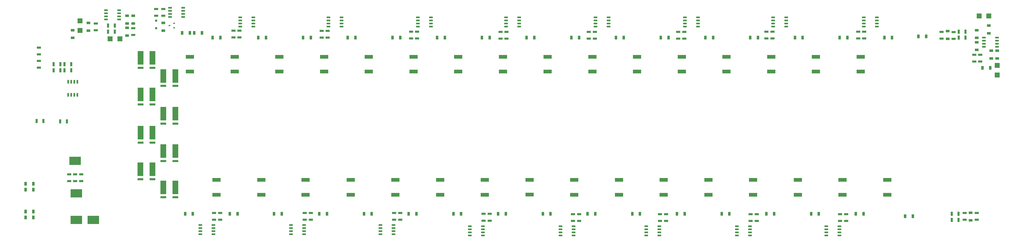
<source format=gbr>
G04*
G04 #@! TF.GenerationSoftware,Altium Limited,Altium Designer,24.1.2 (44)*
G04*
G04 Layer_Color=8421504*
%FSLAX25Y25*%
%MOIN*%
G70*
G04*
G04 #@! TF.SameCoordinates,29FF4F4E-3C6D-470F-9DA1-2895E510F6E9*
G04*
G04*
G04 #@! TF.FilePolarity,Positive*
G04*
G01*
G75*
%ADD19R,0.09606X0.22047*%
%ADD20R,0.09606X0.03504*%
G04:AMPARAMS|DCode=21|XSize=23.62mil|YSize=57.09mil|CornerRadius=2.01mil|HoleSize=0mil|Usage=FLASHONLY|Rotation=180.000|XOffset=0mil|YOffset=0mil|HoleType=Round|Shape=RoundedRectangle|*
%AMROUNDEDRECTD21*
21,1,0.02362,0.05307,0,0,180.0*
21,1,0.01961,0.05709,0,0,180.0*
1,1,0.00402,-0.00980,0.02653*
1,1,0.00402,0.00980,0.02653*
1,1,0.00402,0.00980,-0.02653*
1,1,0.00402,-0.00980,-0.02653*
%
%ADD21ROUNDEDRECTD21*%
%ADD22R,0.03937X0.05906*%
%ADD23R,0.18504X0.13504*%
%ADD24R,0.03740X0.06693*%
%ADD25R,0.07874X0.07874*%
%ADD26R,0.06693X0.03740*%
%ADD27R,0.13418X0.06121*%
G04:AMPARAMS|DCode=28|XSize=23.62mil|YSize=57.09mil|CornerRadius=2.01mil|HoleSize=0mil|Usage=FLASHONLY|Rotation=90.000|XOffset=0mil|YOffset=0mil|HoleType=Round|Shape=RoundedRectangle|*
%AMROUNDEDRECTD28*
21,1,0.02362,0.05307,0,0,90.0*
21,1,0.01961,0.05709,0,0,90.0*
1,1,0.00402,0.02653,0.00980*
1,1,0.00402,0.02653,-0.00980*
1,1,0.00402,-0.02653,-0.00980*
1,1,0.00402,-0.02653,0.00980*
%
%ADD28ROUNDEDRECTD28*%
%ADD29R,0.05906X0.03937*%
%ADD30R,0.07874X0.07874*%
%ADD31R,0.03740X0.03543*%
%ADD32R,0.02900X0.02200*%
G04:AMPARAMS|DCode=33|XSize=61.02mil|YSize=23.62mil|CornerRadius=2.01mil|HoleSize=0mil|Usage=FLASHONLY|Rotation=180.000|XOffset=0mil|YOffset=0mil|HoleType=Round|Shape=RoundedRectangle|*
%AMROUNDEDRECTD33*
21,1,0.06102,0.01961,0,0,180.0*
21,1,0.05701,0.02362,0,0,180.0*
1,1,0.00402,-0.02850,0.00980*
1,1,0.00402,0.02850,0.00980*
1,1,0.00402,0.02850,-0.00980*
1,1,0.00402,-0.02850,-0.00980*
%
%ADD33ROUNDEDRECTD33*%
D19*
X1088425Y411417D02*
D03*
X1068898D02*
D03*
X1088425Y593051D02*
D03*
X1068898D02*
D03*
X1051181Y562992D02*
D03*
X1031653D02*
D03*
X1088425Y531496D02*
D03*
X1068898D02*
D03*
X1051181Y500531D02*
D03*
X1031653D02*
D03*
X1088425Y470472D02*
D03*
X1068898D02*
D03*
X1051024Y440945D02*
D03*
X1031496D02*
D03*
X1051181Y622579D02*
D03*
X1031653D02*
D03*
D20*
X1088425Y395138D02*
D03*
X1068898D02*
D03*
X1088425Y576772D02*
D03*
X1068898D02*
D03*
X1051181Y546713D02*
D03*
X1031653D02*
D03*
X1088425Y515216D02*
D03*
X1068898D02*
D03*
X1051181Y484252D02*
D03*
X1031653D02*
D03*
X1088425Y454193D02*
D03*
X1068898D02*
D03*
X1051024Y424665D02*
D03*
X1031496D02*
D03*
X1051181Y606299D02*
D03*
X1031653D02*
D03*
D21*
X928760Y583563D02*
D03*
X923760D02*
D03*
X918760D02*
D03*
X913760D02*
D03*
X928760Y562106D02*
D03*
X923760D02*
D03*
X918760D02*
D03*
X913760D02*
D03*
D22*
X1131890Y663386D02*
D03*
X1119291D02*
D03*
X1112205D02*
D03*
X1099606D02*
D03*
X2415748Y606299D02*
D03*
X2403150D02*
D03*
X2136614Y368110D02*
D03*
X2124016D02*
D03*
X2209449D02*
D03*
X2196850D02*
D03*
X1626772D02*
D03*
X1614173D02*
D03*
X1553937D02*
D03*
X1541339D02*
D03*
X844488Y362205D02*
D03*
X857087D02*
D03*
X844488Y407480D02*
D03*
X857087D02*
D03*
X844488Y372047D02*
D03*
X857087D02*
D03*
X844488Y417323D02*
D03*
X857087D02*
D03*
X2289764Y364173D02*
D03*
X2277165D02*
D03*
X2311417Y657480D02*
D03*
X2298819D02*
D03*
X1149213Y655512D02*
D03*
X1161811D02*
D03*
X1223622D02*
D03*
X1236220D02*
D03*
X1296457Y655512D02*
D03*
X1309055D02*
D03*
X1369291Y655512D02*
D03*
X1381890D02*
D03*
X1442126D02*
D03*
X1454724D02*
D03*
X1514961D02*
D03*
X1527559D02*
D03*
X1587795D02*
D03*
X1600394D02*
D03*
X1660630D02*
D03*
X1673228D02*
D03*
X1879134D02*
D03*
X1891732D02*
D03*
X1951969D02*
D03*
X1964567D02*
D03*
X1733465D02*
D03*
X1746063D02*
D03*
X1806299D02*
D03*
X1818898D02*
D03*
X2024803D02*
D03*
X2037402D02*
D03*
X2097638D02*
D03*
X2110236D02*
D03*
X2170473D02*
D03*
X2183071D02*
D03*
X2243307D02*
D03*
X2255906D02*
D03*
X1189764Y368110D02*
D03*
X1177165D02*
D03*
X1116929D02*
D03*
X1104331D02*
D03*
X1335433D02*
D03*
X1322835D02*
D03*
X1261811Y368110D02*
D03*
X1249213D02*
D03*
X1481102Y368110D02*
D03*
X1468504D02*
D03*
X1408268D02*
D03*
X1395669D02*
D03*
X1772441D02*
D03*
X1759842D02*
D03*
X1699606D02*
D03*
X1687008D02*
D03*
X1918110D02*
D03*
X1905512D02*
D03*
X1845276D02*
D03*
X1832677D02*
D03*
X2063779D02*
D03*
X2051181D02*
D03*
X1990945D02*
D03*
X1978346D02*
D03*
D23*
X927165Y401575D02*
D03*
X925197Y454724D02*
D03*
X927165Y358268D02*
D03*
X954724D02*
D03*
D24*
X900866Y518819D02*
D03*
X911890D02*
D03*
X873622Y519685D02*
D03*
X862598D02*
D03*
X901181Y612205D02*
D03*
X890158D02*
D03*
X901181Y602362D02*
D03*
X890158D02*
D03*
X907874D02*
D03*
X918898D02*
D03*
X907874Y612205D02*
D03*
X918898D02*
D03*
X2364173Y358268D02*
D03*
X2353150D02*
D03*
X2364173Y368110D02*
D03*
X2353150D02*
D03*
X989764Y675197D02*
D03*
X978740D02*
D03*
X989764Y665354D02*
D03*
X978740D02*
D03*
X2364567D02*
D03*
X2375591D02*
D03*
X2364567Y655512D02*
D03*
X2375591D02*
D03*
D25*
X2413386Y690945D02*
D03*
X2397638D02*
D03*
X998032Y653543D02*
D03*
X982283D02*
D03*
D26*
X2393701Y358661D02*
D03*
Y369685D02*
D03*
X2181102Y356693D02*
D03*
Y367717D02*
D03*
X2171260Y356693D02*
D03*
Y367717D02*
D03*
X935039Y432677D02*
D03*
Y421654D02*
D03*
X925197Y432677D02*
D03*
Y421654D02*
D03*
X915354Y432677D02*
D03*
Y421654D02*
D03*
X1057087Y702362D02*
D03*
Y691339D02*
D03*
X1068898Y702362D02*
D03*
Y691339D02*
D03*
X958661Y678740D02*
D03*
Y667717D02*
D03*
X2374016Y358661D02*
D03*
Y369685D02*
D03*
X2389764Y616535D02*
D03*
Y627559D02*
D03*
X2399606Y616535D02*
D03*
Y627559D02*
D03*
X1019685Y670866D02*
D03*
Y659842D02*
D03*
X2336614Y664961D02*
D03*
Y653937D02*
D03*
X866142Y639370D02*
D03*
Y628346D02*
D03*
Y606693D02*
D03*
Y617717D02*
D03*
X2356299Y664567D02*
D03*
Y653543D02*
D03*
X1192913Y666929D02*
D03*
Y655905D02*
D03*
X1183071Y666929D02*
D03*
Y655905D02*
D03*
X1336614Y666535D02*
D03*
Y655512D02*
D03*
X1326772Y666535D02*
D03*
Y655512D02*
D03*
X1482283Y665354D02*
D03*
Y654331D02*
D03*
X1472441Y665354D02*
D03*
Y654331D02*
D03*
X1618110Y664961D02*
D03*
Y653937D02*
D03*
X1627953Y664961D02*
D03*
Y653937D02*
D03*
X1917323Y664961D02*
D03*
Y653937D02*
D03*
X1907480Y664961D02*
D03*
Y653937D02*
D03*
X1771654Y664961D02*
D03*
Y653937D02*
D03*
X1761811Y664961D02*
D03*
Y653937D02*
D03*
X2061024Y665354D02*
D03*
Y654331D02*
D03*
X2051181Y665354D02*
D03*
Y654331D02*
D03*
X2210630Y665354D02*
D03*
Y654331D02*
D03*
X2200787Y665354D02*
D03*
Y654331D02*
D03*
X1161417Y358661D02*
D03*
Y369685D02*
D03*
X1151575Y358661D02*
D03*
Y369685D02*
D03*
X1299213Y358661D02*
D03*
Y369685D02*
D03*
X1309055Y358661D02*
D03*
Y369685D02*
D03*
X1454724Y358661D02*
D03*
Y369685D02*
D03*
X1444882Y358661D02*
D03*
Y369685D02*
D03*
X1590551Y357087D02*
D03*
Y368110D02*
D03*
X1600394Y357087D02*
D03*
Y368110D02*
D03*
X1736221Y356693D02*
D03*
Y367717D02*
D03*
X1746063Y356693D02*
D03*
Y367717D02*
D03*
X1877953Y356693D02*
D03*
Y367717D02*
D03*
X1887795Y356693D02*
D03*
Y367717D02*
D03*
X2025591Y356693D02*
D03*
Y367717D02*
D03*
X2035433Y356693D02*
D03*
Y367717D02*
D03*
D27*
X2175197Y399406D02*
D03*
Y423428D02*
D03*
X2248031Y399406D02*
D03*
Y423428D02*
D03*
X1665354Y399606D02*
D03*
Y423628D02*
D03*
X1592520Y399406D02*
D03*
Y423428D02*
D03*
X1112205Y624216D02*
D03*
Y600194D02*
D03*
X1185039Y624216D02*
D03*
Y600194D02*
D03*
X1257874Y624216D02*
D03*
Y600194D02*
D03*
X1330709Y624216D02*
D03*
Y600194D02*
D03*
X1403543Y624216D02*
D03*
Y600194D02*
D03*
X1476378Y624216D02*
D03*
Y600194D02*
D03*
X1549213Y624216D02*
D03*
Y600194D02*
D03*
X1622047Y624216D02*
D03*
Y600194D02*
D03*
X1840551Y624216D02*
D03*
Y600194D02*
D03*
X1913386Y624216D02*
D03*
Y600194D02*
D03*
X1694882Y624216D02*
D03*
Y600194D02*
D03*
X1767716Y624216D02*
D03*
Y600194D02*
D03*
X1986221Y624216D02*
D03*
Y600194D02*
D03*
X2059055Y624216D02*
D03*
Y600194D02*
D03*
X2131890Y624216D02*
D03*
Y600194D02*
D03*
X2204724Y624216D02*
D03*
Y600194D02*
D03*
X1228347Y399406D02*
D03*
Y423428D02*
D03*
X1155512Y399406D02*
D03*
Y423428D02*
D03*
X1374016Y399406D02*
D03*
Y423428D02*
D03*
X1300394Y399406D02*
D03*
Y423428D02*
D03*
X1519685Y399406D02*
D03*
Y423428D02*
D03*
X1446850Y399406D02*
D03*
Y423428D02*
D03*
X1811024Y399406D02*
D03*
Y423428D02*
D03*
X1738189Y399406D02*
D03*
Y423428D02*
D03*
X1956693Y399406D02*
D03*
Y423428D02*
D03*
X1883858Y399406D02*
D03*
Y423428D02*
D03*
X2102362Y399406D02*
D03*
Y423428D02*
D03*
X2029527Y399406D02*
D03*
Y423428D02*
D03*
D28*
X2170177Y333051D02*
D03*
Y338051D02*
D03*
Y343051D02*
D03*
Y348051D02*
D03*
X2148721Y333051D02*
D03*
Y338051D02*
D03*
Y343051D02*
D03*
Y348051D02*
D03*
X2405512Y655669D02*
D03*
Y650669D02*
D03*
Y645669D02*
D03*
Y640669D02*
D03*
X2426969Y655669D02*
D03*
Y650669D02*
D03*
Y645669D02*
D03*
Y640669D02*
D03*
X975492Y700413D02*
D03*
Y695413D02*
D03*
Y690413D02*
D03*
Y685413D02*
D03*
X996949Y700413D02*
D03*
Y695413D02*
D03*
Y690413D02*
D03*
Y685413D02*
D03*
X1193996Y688602D02*
D03*
Y683602D02*
D03*
Y678602D02*
D03*
Y673602D02*
D03*
X1215453Y688602D02*
D03*
Y683602D02*
D03*
Y678602D02*
D03*
Y673602D02*
D03*
X1337697Y688602D02*
D03*
Y683602D02*
D03*
Y678602D02*
D03*
Y673602D02*
D03*
X1359153Y688602D02*
D03*
Y683602D02*
D03*
Y678602D02*
D03*
Y673602D02*
D03*
X1483366Y688602D02*
D03*
Y683602D02*
D03*
Y678602D02*
D03*
Y673602D02*
D03*
X1504823Y688602D02*
D03*
Y683602D02*
D03*
Y678602D02*
D03*
Y673602D02*
D03*
X1627067Y688602D02*
D03*
Y683602D02*
D03*
Y678602D02*
D03*
Y673602D02*
D03*
X1648524Y688602D02*
D03*
Y683602D02*
D03*
Y678602D02*
D03*
Y673602D02*
D03*
X1918406Y688602D02*
D03*
Y683602D02*
D03*
Y678602D02*
D03*
Y673602D02*
D03*
X1939862Y688602D02*
D03*
Y683602D02*
D03*
Y678602D02*
D03*
Y673602D02*
D03*
X1772736Y688602D02*
D03*
Y683602D02*
D03*
Y678602D02*
D03*
Y673602D02*
D03*
X1794193Y688602D02*
D03*
Y683602D02*
D03*
Y678602D02*
D03*
Y673602D02*
D03*
X2062106Y688602D02*
D03*
Y683602D02*
D03*
Y678602D02*
D03*
Y673602D02*
D03*
X2083563Y688602D02*
D03*
Y683602D02*
D03*
Y678602D02*
D03*
Y673602D02*
D03*
X2209744Y688602D02*
D03*
Y683602D02*
D03*
Y678602D02*
D03*
Y673602D02*
D03*
X2231201Y688602D02*
D03*
Y683602D02*
D03*
Y678602D02*
D03*
Y673602D02*
D03*
X1150492Y335020D02*
D03*
Y340020D02*
D03*
Y345020D02*
D03*
Y350020D02*
D03*
X1129035Y335020D02*
D03*
Y340020D02*
D03*
Y345020D02*
D03*
Y350020D02*
D03*
X1298130Y335020D02*
D03*
Y340020D02*
D03*
Y345020D02*
D03*
Y350020D02*
D03*
X1276673Y335020D02*
D03*
Y340020D02*
D03*
Y345020D02*
D03*
Y350020D02*
D03*
X1443799Y335020D02*
D03*
Y340020D02*
D03*
Y345020D02*
D03*
Y350020D02*
D03*
X1422342Y335020D02*
D03*
Y340020D02*
D03*
Y345020D02*
D03*
Y350020D02*
D03*
X1589468Y333051D02*
D03*
Y338051D02*
D03*
Y343051D02*
D03*
Y348051D02*
D03*
X1568012Y333051D02*
D03*
Y338051D02*
D03*
Y343051D02*
D03*
Y348051D02*
D03*
X1737106Y333051D02*
D03*
Y338051D02*
D03*
Y343051D02*
D03*
Y348051D02*
D03*
X1715650Y333051D02*
D03*
Y338051D02*
D03*
Y343051D02*
D03*
Y348051D02*
D03*
X1876870Y333051D02*
D03*
Y338051D02*
D03*
Y343051D02*
D03*
Y348051D02*
D03*
X1855413Y333051D02*
D03*
Y338051D02*
D03*
Y343051D02*
D03*
Y348051D02*
D03*
X2024508Y333051D02*
D03*
Y338051D02*
D03*
Y343051D02*
D03*
Y348051D02*
D03*
X2003051Y333051D02*
D03*
Y338051D02*
D03*
Y343051D02*
D03*
Y348051D02*
D03*
D29*
X921260Y655118D02*
D03*
Y667717D02*
D03*
X946850Y666929D02*
D03*
Y679528D02*
D03*
X1068898Y666929D02*
D03*
Y679528D02*
D03*
X2383858Y357480D02*
D03*
Y370079D02*
D03*
X2427165Y621654D02*
D03*
Y634252D02*
D03*
X2417323D02*
D03*
Y621654D02*
D03*
X1009842Y659055D02*
D03*
Y671654D02*
D03*
Y678740D02*
D03*
Y691339D02*
D03*
X1019685D02*
D03*
Y678740D02*
D03*
X2346457Y666142D02*
D03*
Y653543D02*
D03*
X2413386Y675197D02*
D03*
Y662598D02*
D03*
X2393701Y635433D02*
D03*
Y648032D02*
D03*
Y655118D02*
D03*
Y667717D02*
D03*
D30*
X933071Y667323D02*
D03*
Y683071D02*
D03*
X2427165Y610236D02*
D03*
Y594488D02*
D03*
D31*
X1057087Y670965D02*
D03*
X1057087Y683366D02*
D03*
D32*
X1078777Y675197D02*
D03*
X1086577Y678947D02*
D03*
Y671447D02*
D03*
D33*
X1079921Y689350D02*
D03*
Y694350D02*
D03*
Y699350D02*
D03*
Y704350D02*
D03*
X1101181D02*
D03*
Y699350D02*
D03*
Y694350D02*
D03*
Y689350D02*
D03*
M02*

</source>
